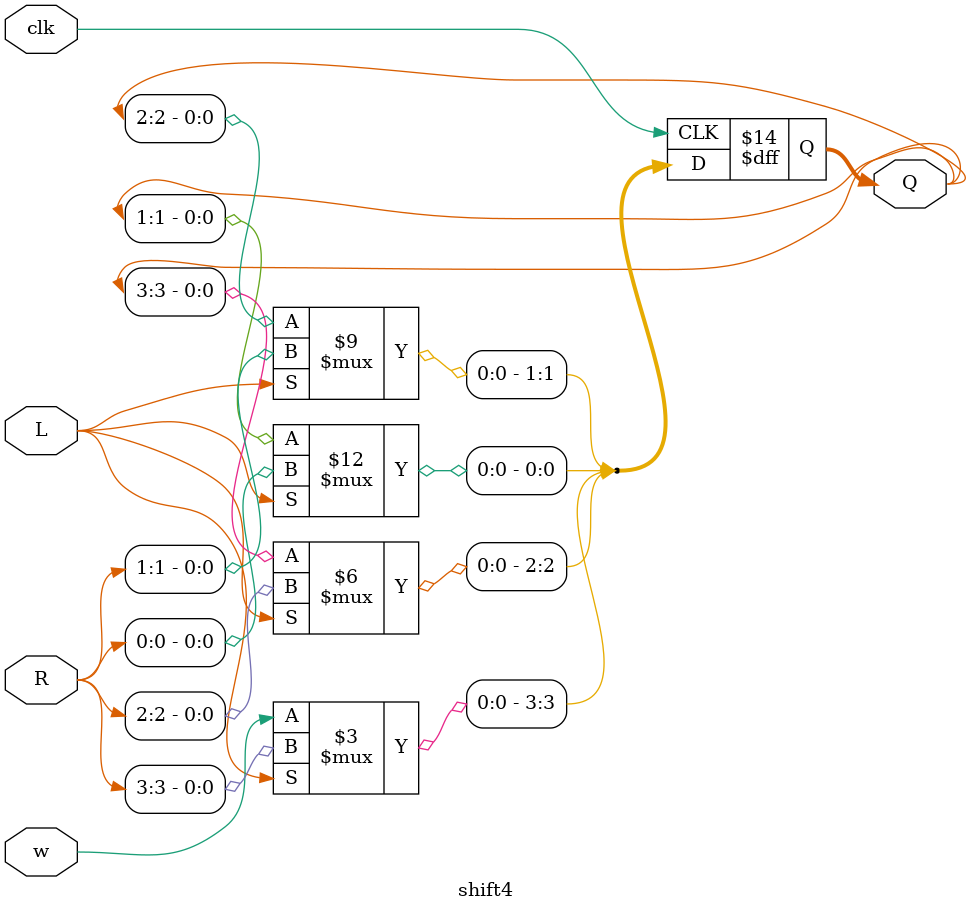
<source format=v>
module shift4(
  R, L, w, clk, Q
);
input [3:0] R;
input L, w, clk;
output reg [3:0] Q;
always @(posedge clk) begin
  if(L)
    Q <= R;
  else
  begin
    Q[0] <= Q[1];
    Q[1] <= Q[2];
    Q[2] <= Q[3];
    Q[3] <= w;
  end
end

endmodule
</source>
